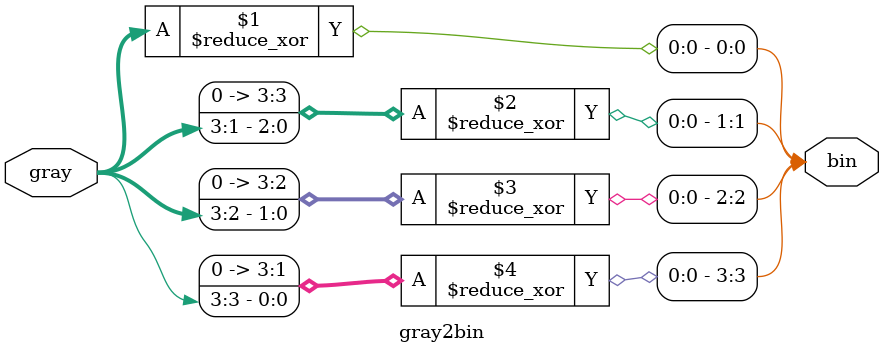
<source format=v>
module gray2bin(	// /tmp/tmp.6lgOlIEZ9G/3056_DDLM_lab_06_08_lab6_gray_cnt_gray2bin.cleaned.mlir:2:3
  input  [3:0] gray,	// /tmp/tmp.6lgOlIEZ9G/3056_DDLM_lab_06_08_lab6_gray_cnt_gray2bin.cleaned.mlir:2:26
  output [3:0] bin	// /tmp/tmp.6lgOlIEZ9G/3056_DDLM_lab_06_08_lab6_gray_cnt_gray2bin.cleaned.mlir:2:42
);

  assign bin = {^{3'h0, gray[3]}, ^{2'h0, gray[3:2]}, ^{1'h0, gray[3:1]}, ^gray};	// /tmp/tmp.6lgOlIEZ9G/3056_DDLM_lab_06_08_lab6_gray_cnt_gray2bin.cleaned.mlir:3:14, :4:14, :5:14, :6:10, :7:10, :8:10, :9:10, :10:10, :11:10, :12:10, :13:10, :14:10, :15:10, :16:11, :17:5
endmodule


</source>
